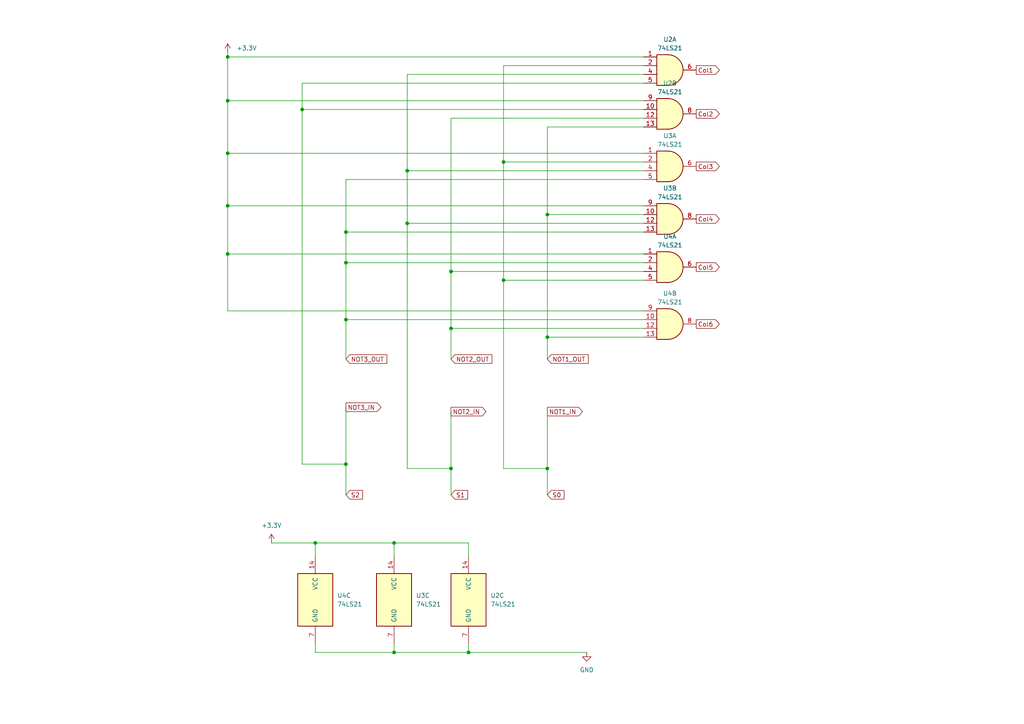
<source format=kicad_sch>
(kicad_sch (version 20231120) (generator "eeschema") (generator_version "8.0")
  (paper "A4")
  (lib_symbols
    (symbol "74xx:74LS21" (pin_names (offset 1.016))
      (property "Reference" "U" (at 0 1.27 0))
      (property "Value" "74LS21" (at 0 -1.27 0))
      (symbol "74LS21_1_1"
        (arc (start -0.635 -4.445) (mid 3.7907 0) (end -0.635 4.445) (stroke (width 0.254)) (fill (type background)))
        (polyline (pts (xy -0.635 4.445) (xy -3.81 4.445) (xy -3.81 -4.445) (xy -0.635 -4.445)) (stroke (width 0.254)) (fill (type background)))
        (pin input line (at -7.62 3.81 0) (length 3.81) (name "~") (number "1"))
        (pin input line (at -7.62 1.27 0) (length 3.81) (name "~") (number "2"))
        (pin input line (at -7.62 -1.27 0) (length 3.81) (name "~") (number "4"))
        (pin input line (at -7.62 -3.81 0) (length 3.81) (name "~") (number "5"))
        (pin output line (at 7.62 0 180) (length 3.81) (name "~") (number "6"))
      )
      (symbol "74LS21_1_2"
        (arc (start -3.81 -4.445) (mid -2.5908 0) (end -3.81 4.445) (stroke (width 0.254)))
        (arc (start -0.6096 -4.445) (mid 2.2246 -2.8422) (end 3.81 0) (stroke (width 0.254)) (fill (type background)))
        (polyline (pts (xy -3.81 -4.445) (xy -0.635 -4.445)) (stroke (width 0.254)) (fill (type background)))
        (polyline (pts (xy -3.81 4.445) (xy -0.635 4.445)) (stroke (width 0.254)) (fill (type background)))
        (polyline (pts (xy -0.635 4.445) (xy -3.81 4.445) (xy -3.81 4.445) (xy -3.6322 4.0894) (xy -3.0988 2.921) (xy -2.7686 1.6764) (xy -2.6162 0.4318) (xy -2.6416 -0.8636) (xy -2.8702 -2.1082) (xy -3.2512 -3.3274) (xy -3.81 -4.445) (xy -3.81 -4.445) (xy -0.635 -4.445)) (stroke (width -25.4)) (fill (type background)))
        (arc (start 3.81 0) (mid 2.2204 2.8379) (end -0.6096 4.445) (stroke (width 0.254)) (fill (type background)))
        (pin input inverted (at -7.62 3.81 0) (length 3.81) (name "~") (number "1"))
        (pin input inverted (at -7.62 1.27 0) (length 4.826) (name "~") (number "2"))
        (pin input inverted (at -7.62 -1.27 0) (length 4.826) (name "~") (number "4"))
        (pin input inverted (at -7.62 -3.81 0) (length 3.81) (name "~") (number "5"))
        (pin output inverted (at 7.62 0 180) (length 3.81) (name "~") (number "6"))
      )
      (symbol "74LS21_2_1"
        (arc (start -0.635 -4.445) (mid 3.7907 0) (end -0.635 4.445) (stroke (width 0.254)) (fill (type background)))
        (polyline (pts (xy -0.635 4.445) (xy -3.81 4.445) (xy -3.81 -4.445) (xy -0.635 -4.445)) (stroke (width 0.254)) (fill (type background)))
        (pin input line (at -7.62 1.27 0) (length 3.81) (name "~") (number "10"))
        (pin input line (at -7.62 -1.27 0) (length 3.81) (name "~") (number "12"))
        (pin input line (at -7.62 -3.81 0) (length 3.81) (name "~") (number "13"))
        (pin output line (at 7.62 0 180) (length 3.81) (name "~") (number "8"))
        (pin input line (at -7.62 3.81 0) (length 3.81) (name "~") (number "9"))
      )
      (symbol "74LS21_2_2"
        (arc (start -3.81 -4.445) (mid -2.5908 0) (end -3.81 4.445) (stroke (width 0.254)))
        (arc (start -0.6096 -4.445) (mid 2.2246 -2.8422) (end 3.81 0) (stroke (width 0.254)) (fill (type background)))
        (polyline (pts (xy -3.81 -4.445) (xy -0.635 -4.445)) (stroke (width 0.254)) (fill (type background)))
        (polyline (pts (xy -3.81 4.445) (xy -0.635 4.445)) (stroke (width 0.254)) (fill (type background)))
        (polyline (pts (xy -0.635 4.445) (xy -3.81 4.445) (xy -3.81 4.445) (xy -3.6322 4.0894) (xy -3.0988 2.921) (xy -2.7686 1.6764) (xy -2.6162 0.4318) (xy -2.6416 -0.8636) (xy -2.8702 -2.1082) (xy -3.2512 -3.3274) (xy -3.81 -4.445) (xy -3.81 -4.445) (xy -0.635 -4.445)) (stroke (width -25.4)) (fill (type background)))
        (arc (start 3.81 0) (mid 2.2204 2.8379) (end -0.6096 4.445) (stroke (width 0.254)) (fill (type background)))
        (pin input inverted (at -7.62 1.27 0) (length 4.826) (name "~") (number "10"))
        (pin input inverted (at -7.62 -1.27 0) (length 4.826) (name "~") (number "12"))
        (pin input inverted (at -7.62 -3.81 0) (length 3.81) (name "~") (number "13"))
        (pin output inverted (at 7.62 0 180) (length 3.81) (name "~") (number "8"))
        (pin input inverted (at -7.62 3.81 0) (length 3.81) (name "~") (number "9"))
      )
      (symbol "74LS21_3_0"
        (pin power_in line (at 0 12.7 270) (length 5.08) (name "VCC") (number "14"))
        (pin power_in line (at 0 -12.7 90) (length 5.08) (name "GND") (number "7"))
      )
      (symbol "74LS21_3_1"
        (rectangle (start -5.08 7.62) (end 5.08 -7.62) (stroke (width 0.254)) (fill (type background)))
      )
    )
    (symbol "power:+5V" (power) (pin_numbers hide) (pin_names (offset 0) hide)
      (property "Value" "+5V" (at 0 3.556 0))
      (symbol "+5V_0_1"
        (polyline (pts (xy -0.762 1.27) (xy 0 2.54)))
        (polyline (pts (xy 0 0) (xy 0 2.54)))
        (polyline (pts (xy 0 2.54) (xy 0.762 1.27)))
      )
      (symbol "+5V_1_1"
        (pin power_in line (at 0 0 90) (length 0) (name "~") (number "1"))
      )
    )
    (symbol "power:GND" (power) (pin_numbers hide) (pin_names (offset 0) hide)
      (property "Value" "GND" (at 0 -3.81 0))
      (symbol "GND_0_1"
        (polyline (pts (xy 0 0) (xy 0 -1.27) (xy 1.27 -1.27) (xy 0 -2.54) (xy -1.27 -1.27) (xy 0 -1.27)))
      )
      (symbol "GND_1_1"
        (pin power_in line (at 0 0 270) (length 0) (name "~") (number "1"))
      )
    )
  )
  (junction (at 66.04 59.69))
  (junction (at 158.75 62.23))
  (junction (at 66.04 29.21))
  (junction (at 114.3 189.23))
  (junction (at 100.33 67.31))
  (junction (at 130.81 95.25))
  (junction (at 100.33 92.71))
  (junction (at 91.44 157.48))
  (junction (at 146.05 46.99))
  (junction (at 66.04 44.45))
  (junction (at 114.3 157.48))
  (junction (at 66.04 16.51))
  (junction (at 87.63 31.75))
  (junction (at 146.05 81.28))
  (junction (at 135.89 189.23))
  (junction (at 158.75 135.89))
  (junction (at 158.75 97.79))
  (junction (at 100.33 76.2))
  (junction (at 130.81 78.74))
  (junction (at 118.11 64.77))
  (junction (at 66.04 73.66))
  (junction (at 130.81 135.89))
  (junction (at 100.33 134.62))
  (junction (at 118.11 49.53))
  (wire (pts (xy 130.81 135.89) (xy 130.81 143.51)))
  (wire (pts (xy 158.75 62.23) (xy 158.75 97.79)))
  (wire (pts (xy 100.33 76.2) (xy 100.33 92.71)))
  (wire (pts (xy 186.69 62.23) (xy 158.75 62.23)))
  (wire (pts (xy 186.69 31.75) (xy 87.63 31.75)))
  (wire (pts (xy 66.04 73.66) (xy 186.69 73.66)))
  (wire (pts (xy 66.04 29.21) (xy 186.69 29.21)))
  (wire (pts (xy 186.69 46.99) (xy 146.05 46.99)))
  (wire (pts (xy 186.69 34.29) (xy 130.81 34.29)))
  (wire (pts (xy 130.81 95.25) (xy 130.81 104.14)))
  (wire (pts (xy 66.04 15.24) (xy 66.04 16.51)))
  (wire (pts (xy 186.69 49.53) (xy 118.11 49.53)))
  (wire (pts (xy 66.04 16.51) (xy 186.69 16.51)))
  (wire (pts (xy 135.89 157.48) (xy 135.89 161.29)))
  (wire (pts (xy 100.33 118.11) (xy 100.33 134.62)))
  (wire (pts (xy 114.3 189.23) (xy 135.89 189.23)))
  (wire (pts (xy 100.33 67.31) (xy 100.33 76.2)))
  (wire (pts (xy 158.75 135.89) (xy 146.05 135.89)))
  (wire (pts (xy 66.04 90.17) (xy 186.69 90.17)))
  (wire (pts (xy 118.11 64.77) (xy 118.11 135.89)))
  (wire (pts (xy 186.69 67.31) (xy 100.33 67.31)))
  (wire (pts (xy 118.11 21.59) (xy 118.11 49.53)))
  (wire (pts (xy 186.69 21.59) (xy 118.11 21.59)))
  (wire (pts (xy 130.81 78.74) (xy 130.81 95.25)))
  (wire (pts (xy 118.11 49.53) (xy 118.11 64.77)))
  (wire (pts (xy 66.04 59.69) (xy 186.69 59.69)))
  (wire (pts (xy 114.3 157.48) (xy 114.3 161.29)))
  (wire (pts (xy 146.05 81.28) (xy 146.05 135.89)))
  (wire (pts (xy 66.04 44.45) (xy 66.04 59.69)))
  (wire (pts (xy 186.69 95.25) (xy 130.81 95.25)))
  (wire (pts (xy 186.69 92.71) (xy 100.33 92.71)))
  (wire (pts (xy 100.33 134.62) (xy 100.33 143.51)))
  (wire (pts (xy 146.05 19.05) (xy 146.05 46.99)))
  (wire (pts (xy 186.69 24.13) (xy 87.63 24.13)))
  (wire (pts (xy 186.69 97.79) (xy 158.75 97.79)))
  (wire (pts (xy 135.89 189.23) (xy 170.18 189.23)))
  (wire (pts (xy 87.63 24.13) (xy 87.63 31.75)))
  (wire (pts (xy 66.04 44.45) (xy 186.69 44.45)))
  (wire (pts (xy 158.75 97.79) (xy 158.75 104.14)))
  (wire (pts (xy 130.81 119.38) (xy 130.81 135.89)))
  (wire (pts (xy 100.33 134.62) (xy 87.63 134.62)))
  (wire (pts (xy 186.69 64.77) (xy 118.11 64.77)))
  (wire (pts (xy 186.69 36.83) (xy 158.75 36.83)))
  (wire (pts (xy 114.3 186.69) (xy 114.3 189.23)))
  (wire (pts (xy 66.04 16.51) (xy 66.04 29.21)))
  (wire (pts (xy 100.33 92.71) (xy 100.33 104.14)))
  (wire (pts (xy 186.69 76.2) (xy 100.33 76.2)))
  (wire (pts (xy 91.44 157.48) (xy 91.44 161.29)))
  (wire (pts (xy 114.3 157.48) (xy 135.89 157.48)))
  (wire (pts (xy 91.44 157.48) (xy 114.3 157.48)))
  (wire (pts (xy 186.69 81.28) (xy 146.05 81.28)))
  (wire (pts (xy 130.81 34.29) (xy 130.81 78.74)))
  (wire (pts (xy 186.69 19.05) (xy 146.05 19.05)))
  (wire (pts (xy 158.75 119.38) (xy 158.75 135.89)))
  (wire (pts (xy 66.04 73.66) (xy 66.04 90.17)))
  (wire (pts (xy 130.81 135.89) (xy 118.11 135.89)))
  (wire (pts (xy 158.75 135.89) (xy 158.75 143.51)))
  (wire (pts (xy 91.44 189.23) (xy 114.3 189.23)))
  (wire (pts (xy 186.69 52.07) (xy 100.33 52.07)))
  (wire (pts (xy 158.75 36.83) (xy 158.75 62.23)))
  (wire (pts (xy 135.89 186.69) (xy 135.89 189.23)))
  (wire (pts (xy 91.44 186.69) (xy 91.44 189.23)))
  (wire (pts (xy 146.05 46.99) (xy 146.05 81.28)))
  (wire (pts (xy 186.69 78.74) (xy 130.81 78.74)))
  (wire (pts (xy 66.04 59.69) (xy 66.04 73.66)))
  (wire (pts (xy 66.04 29.21) (xy 66.04 44.45)))
  (wire (pts (xy 78.74 157.48) (xy 91.44 157.48)))
  (wire (pts (xy 87.63 31.75) (xy 87.63 134.62)))
  (wire (pts (xy 100.33 52.07) (xy 100.33 67.31)))
  (global_label "NOT1_OUT" (shape input) (at 158.75 104.14 0) (property "Intersheetrefs" "${INTERSHEET_REFS}" (effects (hide yes))))
  (global_label "NOT2_OUT" (shape input) (at 130.81 104.14 0) (property "Intersheetrefs" "${INTERSHEET_REFS}" (effects (hide yes))))
  (global_label "Col5" (shape output) (at 201.93 77.47 0) (property "Intersheetrefs" "${INTERSHEET_REFS}" (effects (hide yes))))
  (global_label "Col3" (shape output) (at 201.93 48.26 0) (property "Intersheetrefs" "${INTERSHEET_REFS}" (effects (hide yes))))
  (global_label "Col6" (shape output) (at 201.93 93.98 0) (property "Intersheetrefs" "${INTERSHEET_REFS}" (effects (hide yes))))
  (global_label "Col1" (shape output) (at 201.93 20.32 0) (property "Intersheetrefs" "${INTERSHEET_REFS}" (effects (hide yes))))
  (global_label "Col2" (shape output) (at 201.93 33.02 0) (property "Intersheetrefs" "${INTERSHEET_REFS}" (effects (hide yes))))
  (global_label "S0" (shape input) (at 158.75 143.51 0) (property "Intersheetrefs" "${INTERSHEET_REFS}" (effects (hide yes))))
  (global_label "S2" (shape input) (at 100.33 143.51 0) (property "Intersheetrefs" "${INTERSHEET_REFS}" (effects (hide yes))))
  (global_label "NOT3_IN" (shape output) (at 100.33 118.11 0) (property "Intersheetrefs" "${INTERSHEET_REFS}" (effects (hide yes))))
  (global_label "Col4" (shape output) (at 201.93 63.5 0) (property "Intersheetrefs" "${INTERSHEET_REFS}" (effects (hide yes))))
  (global_label "NOT2_IN" (shape output) (at 130.81 119.38 0) (property "Intersheetrefs" "${INTERSHEET_REFS}" (effects (hide yes))))
  (global_label "NOT1_IN" (shape output) (at 158.75 119.38 0) (property "Intersheetrefs" "${INTERSHEET_REFS}" (effects (hide yes))))
  (global_label "S1" (shape input) (at 130.81 143.51 0) (property "Intersheetrefs" "${INTERSHEET_REFS}" (effects (hide yes))))
  (global_label "NOT3_OUT" (shape input) (at 100.33 104.14 0) (property "Intersheetrefs" "${INTERSHEET_REFS}" (effects (hide yes))))
  (symbol (lib_id "power:+5V") (at 66.04 15.24 0) (unit 1)
    (property "Reference" "#PWR014" (effects (hide yes)))
    (property "Value" "+3.3V" (at 68.58 13.9699 0) (effects (justify left)))
    (property "Description" "Power symbol creates a global label with name \"+5V\"" (effects (hide yes)))
  )
  (symbol (lib_id "power:GND") (at 170.18 189.23 0) (unit 1)
    (property "Reference" "#PWR012" (effects (hide yes)))
    (property "Value" "GND" (at 170.18 194.31 0))
    (property "Description" "Power symbol creates a global label with name \"GND\" , ground" (effects (hide yes)))
  )
  (symbol (lib_id "power:+5V") (at 78.74 157.48 0) (unit 1)
    (property "Reference" "#PWR015" (effects (hide yes)))
    (property "Value" "+3.3V" (at 78.74 152.4 0))
    (property "Description" "Power symbol creates a global label with name \"+5V\"" (effects (hide yes)))
  )
  (symbol (lib_id "74xx:74LS21") (at 194.31 63.5 0) (unit 2)
    (property "Reference" "U3" (at 194.3003 54.61 0))
    (property "Value" "74LS21" (at 194.3003 57.15 0))
    (property "Footprint" "Package_DIP:DIP-14_W7.62mm" (effects (hide yes)))
    (property "Datasheet" "http://www.ti.com/lit/gpn/sn74LS21" (effects (hide yes)))
    (property "Description" "Dual 4-input AND" (effects (hide yes)))
    (instances (project "Keyboard" (path "" (reference "U3") (unit 2))) (project "Projet ELEC" (path "" (reference "U3-demux1") (unit 2))))
  )
  (symbol (lib_id "74xx:74LS21") (at 194.31 20.32 0) (unit 1)
    (property "Reference" "U2" (at 194.3003 11.43 0))
    (property "Value" "74LS21" (at 194.3003 13.97 0))
    (property "Footprint" "Package_DIP:DIP-14_W7.62mm" (effects (hide yes)))
    (property "Datasheet" "http://www.ti.com/lit/gpn/sn74LS21" (effects (hide yes)))
    (property "Description" "Dual 4-input AND" (effects (hide yes)))
    (instances (project "Keyboard" (path "" (reference "U2") (unit 1))) (project "Projet ELEC" (path "" (reference "U2-demux1") (unit 1))))
  )
  (symbol (lib_id "74xx:74LS21") (at 91.44 173.99 0) (unit 3)
    (property "Reference" "U4" (at 97.79 172.7199 0) (effects (justify left)))
    (property "Value" "74LS21" (at 97.79 175.2599 0) (effects (justify left)))
    (property "Footprint" "Package_DIP:DIP-14_W7.62mm" (effects (hide yes)))
    (property "Datasheet" "http://www.ti.com/lit/gpn/sn74LS21" (effects (hide yes)))
    (property "Description" "Dual 4-input AND" (effects (hide yes)))
    (instances (project "Keyboard" (path "" (reference "U4") (unit 3))) (project "Projet ELEC" (path "" (reference "U4-demux1") (unit 3))))
  )
  (symbol (lib_id "74xx:74LS21") (at 194.31 93.98 0) (unit 2)
    (property "Reference" "U4" (at 194.3003 85.09 0))
    (property "Value" "74LS21" (at 194.3003 87.63 0))
    (property "Footprint" "Package_DIP:DIP-14_W7.62mm" (effects (hide yes)))
    (property "Datasheet" "http://www.ti.com/lit/gpn/sn74LS21" (effects (hide yes)))
    (property "Description" "Dual 4-input AND" (effects (hide yes)))
    (instances (project "Keyboard" (path "" (reference "U4") (unit 2))) (project "Projet ELEC" (path "" (reference "U4-demux1") (unit 2))))
  )
  (symbol (lib_id "74xx:74LS21") (at 194.31 48.26 0) (unit 1)
    (property "Reference" "U3" (at 194.3003 39.37 0))
    (property "Value" "74LS21" (at 194.3003 41.91 0))
    (property "Footprint" "Package_DIP:DIP-14_W7.62mm" (effects (hide yes)))
    (property "Datasheet" "http://www.ti.com/lit/gpn/sn74LS21" (effects (hide yes)))
    (property "Description" "Dual 4-input AND" (effects (hide yes)))
    (instances (project "Keyboard" (path "" (reference "U3") (unit 1))) (project "Projet ELEC" (path "" (reference "U3-demux1") (unit 1))))
  )
  (symbol (lib_id "74xx:74LS21") (at 194.31 33.02 0) (unit 2)
    (property "Reference" "U2" (at 194.3003 24.13 0))
    (property "Value" "74LS21" (at 194.3003 26.67 0))
    (property "Footprint" "Package_DIP:DIP-14_W7.62mm" (effects (hide yes)))
    (property "Datasheet" "http://www.ti.com/lit/gpn/sn74LS21" (effects (hide yes)))
    (property "Description" "Dual 4-input AND" (effects (hide yes)))
    (instances (project "Keyboard" (path "" (reference "U2") (unit 2))) (project "Projet ELEC" (path "" (reference "U2-demux1") (unit 2))))
  )
  (symbol (lib_id "74xx:74LS21") (at 135.89 173.99 0) (unit 3)
    (property "Reference" "U2" (at 142.24 172.7199 0) (effects (justify left)))
    (property "Value" "74LS21" (at 142.24 175.2599 0) (effects (justify left)))
    (property "Footprint" "Package_DIP:DIP-14_W7.62mm" (effects (hide yes)))
    (property "Datasheet" "http://www.ti.com/lit/gpn/sn74LS21" (effects (hide yes)))
    (property "Description" "Dual 4-input AND" (effects (hide yes)))
    (instances (project "Keyboard" (path "" (reference "U2") (unit 3))) (project "Projet ELEC" (path "" (reference "U2-demux1") (unit 3))))
  )
  (symbol (lib_id "74xx:74LS21") (at 114.3 173.99 0) (unit 3)
    (property "Reference" "U3" (at 120.65 172.7199 0) (effects (justify left)))
    (property "Value" "74LS21" (at 120.65 175.2599 0) (effects (justify left)))
    (property "Footprint" "Package_DIP:DIP-14_W7.62mm" (effects (hide yes)))
    (property "Datasheet" "http://www.ti.com/lit/gpn/sn74LS21" (effects (hide yes)))
    (property "Description" "Dual 4-input AND" (effects (hide yes)))
    (instances (project "Keyboard" (path "" (reference "U3") (unit 3))) (project "Projet ELEC" (path "" (reference "U3-demux1") (unit 3))))
  )
  (symbol (lib_id "74xx:74LS21") (at 194.31 77.47 0) (unit 1)
    (property "Reference" "U4" (at 194.3003 68.58 0))
    (property "Value" "74LS21" (at 194.3003 71.12 0))
    (property "Footprint" "Package_DIP:DIP-14_W7.62mm" (effects (hide yes)))
    (property "Datasheet" "http://www.ti.com/lit/gpn/sn74LS21" (effects (hide yes)))
    (property "Description" "Dual 4-input AND" (effects (hide yes)))
    (instances (project "Keyboard" (path "" (reference "U4") (unit 1))) (project "Projet ELEC" (path "" (reference "U4-demux1") (unit 1))))
  )
)
</source>
